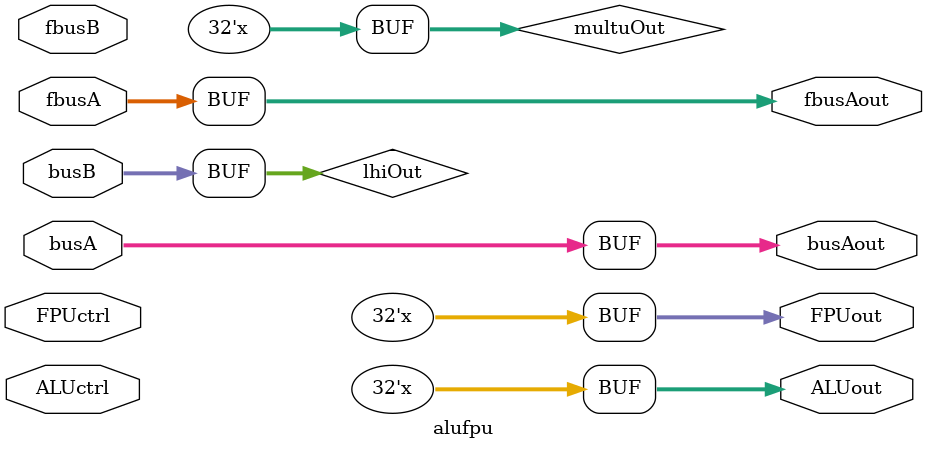
<source format=v>
module alufpu(busA, busB, ALUctrl, fbusA, fbusB, FPUctrl, ALUout, FPUout, busAout, fbusAout);
	input [31:0] busA, busB, fbusA, fbusB;
	input [3:0] ALUctrl;
	input FPUctrl;

	output [31:0] ALUout, FPUout, busAout, fbusAout;
	reg [31:0] multOut, multuOut, FPUout, ALUout, busAout, fbusAout;
	reg [31:0]  sllOut, srlOut, sraOut;
	reg [31:0]  addOut, subOut;
	reg [31:0]  orOut, andOut, xorOut;
	reg [31:0]  seqOut, sneOut, sltOut, sgtOut, sleOut, sgeOut;
	reg [31:0]  lhiOut;

	always@(*)
	begin

	//busA assignments
	busAout <= busA;
	fbusAout <= fbusA;
	
	//ALU output
	sllOut <= busA << busB;
	srlOut <= busA >> busB;
	sraOut <= busA >>> busB;
	addOut <= busA + busB;
	subOut <= busA - busB;
	andOut <= busA & busB;
	orOut <= busA | busB;
	xorOut <= busA ^ busB;
	lhiOut <= busB;

	if (busA==busB) begin
	seqOut <= 1;
	sneOut <= 0;
	end
	
	else begin
	seqOut <= 0;
	sneOut <= 1;
	end

	if (busA<=busB) begin
	sleOut <= 1;
	sgtOut <= 0;
	end

	else begin
	sleOut <= 0;
	sgtOut <= 1;
	end

	if (busA>=busB) begin
	sgeOut <= 1;
	sltOut <= 0;
	end

	else begin
	sgeOut <= 0;
	sltOut <= 1;
	end

	case (ALUctrl)
	0: ALUout <= sllOut;
	1: ALUout <= srlOut;
	2: ALUout <= sraOut;
	3: ALUout <= addOut;
	4: ALUout <= subOut;
	5: ALUout <= orOut;
	6: ALUout <= andOut;
	7: ALUout <= xorOut;
	8: ALUout <= seqOut;
	9: ALUout <= sneOut;
	10: ALUout <= sltOut;
	11: ALUout <= sgtOut;
	12: ALUout <= sleOut;
	13: ALUout <= sgeOut;
	14: ALUout <= lhiOut;
	endcase
	end

	//FPU output
	always@(*)
        begin
        multOut <= busA * busB;
        if (multOut<0)
                multuOut <= 0 - multOut;
        else
                multuOut <= multOut;

        if (FPUctrl == 0)
                FPUout <= multOut;
        else
                FPUout <= multuOut;
        end
endmodule

</source>
